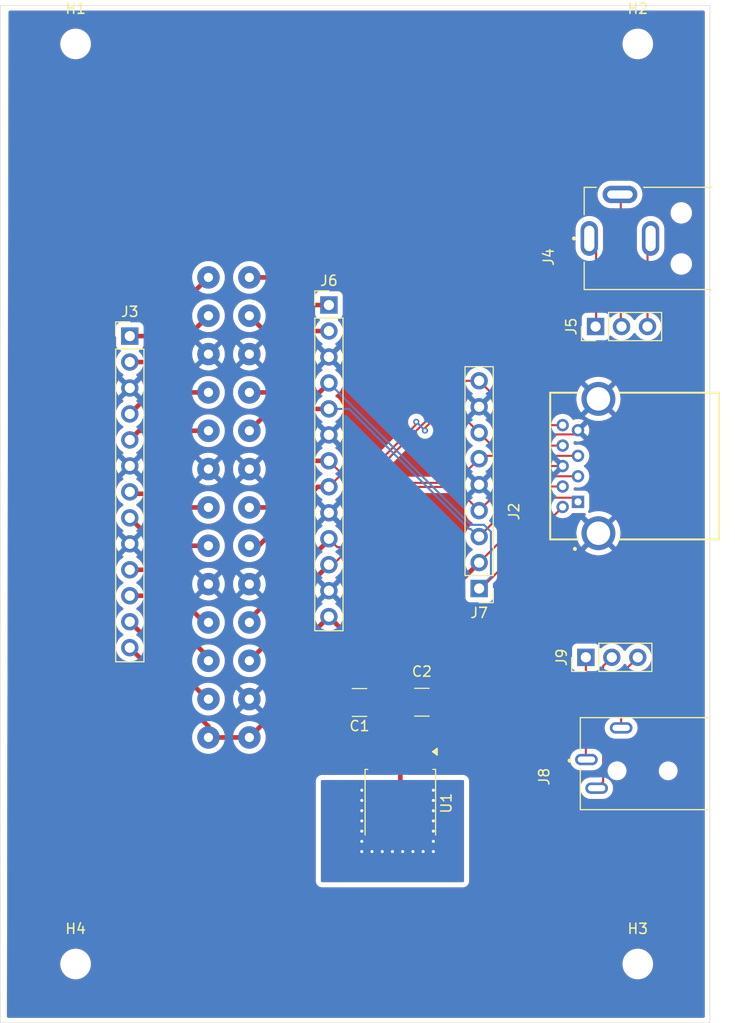
<source format=kicad_pcb>
(kicad_pcb (version 20241229) (generator "pcbnew") (generator_version "9.0")
  (layers (0 "F.Cu" signal) (2 "B.Cu" signal) (13 "F.Paste" user) (15 "B.Paste" user) (5 "F.SilkS" user "F.Silkscreen") (7 "B.SilkS" user "B.Silkscreen") (1 "F.Mask" user) (3 "B.Mask" user) (25 "Edge.Cuts" user))
  (net 0 "")
  (net 1 "+8V")
  (net 2 "GND")
  (net 3 "+5V")
  (net 4 "+3.3V")
  (net 5 "/54")
  (net 6 "/p9")
  (net 7 "/58")
  (net 8 "/56")
  (net 9 "/p1")
  (net 10 "/p7")
  (net 11 "/59")
  (net 12 "/55")
  (net 13 "/53")
  (net 14 "/p3")
  (net 15 "/p19")
  (net 16 "/p15")
  (net 17 "/p21")
  (net 18 "/p13")
  (net 19 "Net-(J5-Pin_1)")
  (net 20 "Net-(J5-Pin_3)")
  (net 21 "Net-(J5-Pin_2)")
  (net 22 "/p2")
  (net 23 "/p4")
  (net 24 "Net-(J9-Pin_3)")
  (net 25 "Net-(J9-Pin_2)")
  (net 26 "Net-(J9-Pin_1)")
  (footprint "Connector_PinHeader_2.54mm:PinHeader_1x13_P2.54mm_Vertical" (layer "F.Cu") (at 106.702 59.55)
    (property "Reference" "J6" (at 0 -2.38 0) (layer "F.SilkS"))
    (property "Value" "Conn_01x13" (hide yes))
    (fp_line (start -1.38 -1.38) (end 0 -1.38) (stroke (width 0.12)) (layer "F.SilkS"))
    (fp_line (start -1.38 0) (end -1.38 -1.38) (stroke (width 0.12)) (layer "F.SilkS"))
    (fp_line (start -1.38 1.27) (end -1.38 31.86) (stroke (width 0.12)) (layer "F.SilkS"))
    (fp_line (start -1.38 1.27) (end 1.38 1.27) (stroke (width 0.12)) (layer "F.SilkS"))
    (fp_line (start -1.38 31.86) (end 1.38 31.86) (stroke (width 0.12)) (layer "F.SilkS"))
    (fp_line (start 1.38 1.27) (end 1.38 31.86) (stroke (width 0.12)) (layer "F.SilkS"))
    (pad "1" thru_hole rect (at 0 0) (size 1.7 1.7) (drill 1) (layers "*.Cu" "*.Mask") (net 22 "/p2"))
    (pad "2" thru_hole circle (at 0 2.54) (size 1.7 1.7) (drill 1) (layers "*.Cu" "*.Mask") (net 23 "/p4"))
    (pad "3" thru_hole circle (at 0 5.08) (size 1.7 1.7) (drill 1) (layers "*.Cu" "*.Mask") (net 2 "GND"))
    (pad "4" thru_hole circle (at 0 7.62) (size 1.7 1.7) (drill 1) (layers "*.Cu" "*.Mask") (net 12 "/55"))
    (pad "5" thru_hole circle (at 0 10.16) (size 1.7 1.7) (drill 1) (layers "*.Cu" "*.Mask") (net 8 "/56"))
    (pad "6" thru_hole circle (at 0 12.7) (size 1.7 1.7) (drill 1) (layers "*.Cu" "*.Mask") (net 2 "GND"))
    (pad "7" thru_hole circle (at 0 15.24) (size 1.7 1.7) (drill 1) (layers "*.Cu" "*.Mask") (net 7 "/58"))
    (pad "8" thru_hole circle (at 0 17.78) (size 1.7 1.7) (drill 1) (layers "*.Cu" "*.Mask") (net 11 "/59"))
    (pad "9" thru_hole circle (at 0 20.32) (size 1.7 1.7) (drill 1) (layers "*.Cu" "*.Mask") (net 2 "GND"))
    (pad "10" thru_hole circle (at 0 22.86) (size 1.7 1.7) (drill 1) (layers "*.Cu" "*.Mask") (net 13 "/53"))
    (pad "11" thru_hole circle (at 0 25.4) (size 1.7 1.7) (drill 1) (layers "*.Cu" "*.Mask") (net 5 "/54"))
    (pad "12" thru_hole circle (at 0 27.94) (size 1.7 1.7) (drill 1) (layers "*.Cu" "*.Mask") (net 2 "GND"))
    (pad "13" thru_hole circle (at 0 30.48) (size 1.7 1.7) (drill 1) (layers "*.Cu" "*.Mask") (net 1 "+8V"))
  )
  (footprint "usb:GCT_USB1135-15-9-L-B_REVA1" (layer "F.Cu") (at 133.07 75.3 90)
    (property "Reference" "J2" (at -4.445 -8.255 90) (layer "F.SilkS"))
    (property "Value" "USB1135-15-9-L-B_REVA1")
    (fp_line (start 7.175 -4.72) (end 7.175 -2.05) (stroke (width 0.2)) (layer "F.SilkS"))
    (fp_line (start -7.175 -4.72) (end 7.175 -4.72) (stroke (width 0.2)) (layer "F.SilkS"))
    (fp_line (start -7.175 -4.72) (end -7.175 -2.05) (stroke (width 0.2)) (layer "F.SilkS"))
    (fp_line (start -7.175 2.05) (end -7.175 11.78) (stroke (width 0.2)) (layer "F.SilkS"))
    (fp_line (start 7.175 11.78) (end 7.175 2.05) (stroke (width 0.2)) (layer "F.SilkS"))
    (fp_line (start -7.175 11.78) (end 7.175 11.78) (stroke (width 0.2)) (layer "F.SilkS"))
    (fp_circle (center -8.1 -2.3) (end -8 -2.3) (stroke (width 0.2)) (fill no) (layer "F.SilkS"))
    (pad "1" thru_hole rect (at -3.5 -2 90) (size 1.208 1.208) (drill 0.7) (layers "*.Cu" "*.Mask") (net 3 "+5V"))
    (pad "2" thru_hole circle (at -1 -2 90) (size 1.208 1.208) (drill 0.7) (layers "*.Cu" "*.Mask") (net 5 "/54"))
    (pad "3" thru_hole circle (at 1 -2 90) (size 1.208 1.208) (drill 0.7) (layers "*.Cu" "*.Mask") (net 13 "/53"))
    (pad "4" thru_hole circle (at 3.5 -2 90) (size 1.208 1.208) (drill 0.7) (layers "*.Cu" "*.Mask") (net 2 "GND"))
    (pad "5" thru_hole circle (at 4 -3.5 90) (size 1.208 1.208) (drill 0.7) (layers "*.Cu" "*.Mask") (net 11 "/59"))
    (pad "6" thru_hole circle (at 2 -3.5 90) (size 1.208 1.208) (drill 0.7) (layers "*.Cu" "*.Mask") (net 7 "/58"))
    (pad "7" thru_hole circle (at 0 -3.5 90) (size 1.208 1.208) (drill 0.7) (layers "*.Cu" "*.Mask") (net 2 "GND"))
    (pad "8" thru_hole circle (at -2 -3.5 90) (size 1.208 1.208) (drill 0.7) (layers "*.Cu" "*.Mask") (net 8 "/56"))
    (pad "9" thru_hole circle (at -4 -3.5 90) (size 1.208 1.208) (drill 0.7) (layers "*.Cu" "*.Mask") (net 12 "/55"))
    (pad "S1" thru_hole circle (at -6.57 0 90) (size 3.316 3.316) (drill 2.3) (layers "*.Cu" "*.Mask") (net 2 "GND"))
    (pad "S2" thru_hole circle (at 6.57 0 90) (size 3.316 3.316) (drill 2.3) (layers "*.Cu" "*.Mask") (net 2 "GND"))
  )
  (footprint "MountingHole:MountingHole_2.5mm" (layer "F.Cu") (at 136.92 34.01)
    (property "Reference" "H2" (at 0 -3.45 0) (layer "F.SilkS"))
    (property "Value" "MountingHole")
    (pad "" np_thru_hole circle (at 0 0) (size 2.5 2.5) (drill 2.5) (layers "*.Cu" "*.Mask"))
  )
  (footprint "libs:CUI_PJ-019" (layer "F.Cu") (at 138.926 53.0352 90)
    (property "Reference" "J4" (at -1.823325 -10.735335 90) (layer "F.SilkS") (effects (font (size 1.000528 1.000528))))
    (property "Value" "PJ-019")
    (fp_line (start 5 -7.25) (end 5 -6.07) (stroke (width 0.127)) (layer "F.SilkS"))
    (fp_line (start 2.32 -7.25) (end 5 -7.25) (stroke (width 0.127)) (layer "F.SilkS"))
    (fp_line (start -5 -7.25) (end -2.32 -7.25) (stroke (width 0.127)) (layer "F.SilkS"))
    (fp_line (start 5 -1.43) (end 5 5.25) (stroke (width 0.127)) (layer "F.SilkS"))
    (fp_line (start -5 5.25) (end -5 -7.25) (stroke (width 0.127)) (layer "F.SilkS"))
    (fp_circle (center 0 -8.25) (end 0.1 -8.25) (stroke (width 0.2)) (fill no) (layer "F.SilkS"))
    (pad "" np_thru_hole circle (at -2.5 2.25 90) (size 1.6 1.6) (drill 1.6) (layers "*.Cu" "*.Mask"))
    (pad "" np_thru_hole circle (at 2.5 2.25 90) (size 1.6 1.6) (drill 1.6) (layers "*.Cu" "*.Mask"))
    (pad "1" thru_hole oval (at 0 -6.75 90) (size 3.4 1.7) (drill oval 2.5 1) (layers "*.Cu" "*.Mask") (net 19 "Net-(J5-Pin_1)"))
    (pad "2" thru_hole oval (at 0 -0.75 90) (size 3.4 1.7) (drill oval 2.5 1) (layers "*.Cu" "*.Mask") (net 20 "Net-(J5-Pin_3)"))
    (pad "3" thru_hole oval (at 4.3 -3.75 90) (size 1.7 3.4) (drill oval 0.8 2.5) (layers "*.Cu" "*.Mask") (net 21 "Net-(J5-Pin_2)"))
  )
  (footprint "Connector_PinHeader_2.54mm:PinHeader_1x09_P2.54mm_Vertical" (layer "F.Cu") (at 121.4 87.28 180)
    (property "Reference" "J7" (at 0 -2.38 0) (layer "F.SilkS"))
    (property "Value" "Conn_01x09")
    (fp_line (start 1.38 1.27) (end 1.38 21.7) (stroke (width 0.12)) (layer "F.SilkS"))
    (fp_line (start -1.38 21.7) (end 1.38 21.7) (stroke (width 0.12)) (layer "F.SilkS"))
    (fp_line (start -1.38 1.27) (end 1.38 1.27) (stroke (width 0.12)) (layer "F.SilkS"))
    (fp_line (start -1.38 1.27) (end -1.38 21.7) (stroke (width 0.12)) (layer "F.SilkS"))
    (fp_line (start -1.38 0) (end -1.38 -1.38) (stroke (width 0.12)) (layer "F.SilkS"))
    (fp_line (start -1.38 -1.38) (end 0 -1.38) (stroke (width 0.12)) (layer "F.SilkS"))
    (pad "1" thru_hole rect (at 0 0 180) (size 1.7 1.7) (drill 1) (layers "*.Cu" "*.Mask") (net 12 "/55"))
    (pad "2" thru_hole circle (at 0 2.54 180) (size 1.7 1.7) (drill 1) (layers "*.Cu" "*.Mask") (net 3 "+5V"))
    (pad "3" thru_hole circle (at 0 5.08 180) (size 1.7 1.7) (drill 1) (layers "*.Cu" "*.Mask") (net 8 "/56"))
    (pad "4" thru_hole circle (at 0 7.62 180) (size 1.7 1.7) (drill 1) (layers "*.Cu" "*.Mask") (net 5 "/54"))
    (pad "5" thru_hole circle (at 0 10.16 180) (size 1.7 1.7) (drill 1) (layers "*.Cu" "*.Mask") (net 2 "GND"))
    (pad "6" thru_hole circle (at 0 12.7 180) (size 1.7 1.7) (drill 1) (layers "*.Cu" "*.Mask") (net 13 "/53"))
    (pad "7" thru_hole circle (at 0 15.24 180) (size 1.7 1.7) (drill 1) (layers "*.Cu" "*.Mask") (net 7 "/58"))
    (pad "8" thru_hole circle (at 0 17.78 180) (size 1.7 1.7) (drill 1) (layers "*.Cu" "*.Mask") (net 2 "GND"))
    (pad "9" thru_hole circle (at 0 20.32 180) (size 1.7 1.7) (drill 1) (layers "*.Cu" "*.Mask") (net 11 "/59"))
  )
  (footprint "pogo1:dell 72xx pogo" (layer "F.Cu") (at 94.92 79.3475)
    (property "Reference" "J1" (hide yes))
    (property "Value" "Conn_02x13_Odd_Even" (hide yes))
    (pad "1" thru_hole circle (at 0 -22.5) (size 2.2 2.2) (drill 0.9) (layers "*.Cu" "*.Mask") (net 9 "/p1"))
    (pad "2" thru_hole circle (at 4 -22.5) (size 2.2 2.2) (drill 0.9) (layers "*.Cu" "*.Mask") (net 22 "/p2"))
    (pad "3" thru_hole circle (at 0 -18.75) (size 2.2 2.2) (drill 0.9) (layers "*.Cu" "*.Mask") (net 14 "/p3"))
    (pad "4" thru_hole circle (at 4 -18.75) (size 2.2 2.2) (drill 0.9) (layers "*.Cu" "*.Mask") (net 23 "/p4"))
    (pad "5" thru_hole circle (at 0 -15) (size 2.2 2.2) (drill 0.9) (layers "*.Cu" "*.Mask") (net 2 "GND"))
    (pad "6" thru_hole circle (at 4 -15) (size 2.2 2.2) (drill 0.9) (layers "*.Cu" "*.Mask") (net 2 "GND"))
    (pad "7" thru_hole circle (at 0 -11.25) (size 2.2 2.2) (drill 0.9) (layers "*.Cu" "*.Mask") (net 10 "/p7"))
    (pad "8" thru_hole circle (at 4 -11.25) (size 2.2 2.2) (drill 0.9) (layers "*.Cu" "*.Mask") (net 12 "/55"))
    (pad "9" thru_hole circle (at 0 -7.5) (size 2.2 2.2) (drill 0.9) (layers "*.Cu" "*.Mask") (net 6 "/p9"))
    (pad "10" thru_hole circle (at 4 -7.5) (size 2.2 2.2) (drill 0.9) (layers "*.Cu" "*.Mask") (net 8 "/56"))
    (pad "11" thru_hole circle (at 0 -3.75) (size 2.2 2.2) (drill 0.9) (layers "*.Cu" "*.Mask") (net 2 "GND"))
    (pad "12" thru_hole circle (at 4 -3.75) (size 2.2 2.2) (drill 0.9) (layers "*.Cu" "*.Mask") (net 2 "GND"))
    (pad "13" thru_hole circle (at 0 0) (size 2.2 2.2) (drill 0.9) (layers "*.Cu" "*.Mask") (net 18 "/p13"))
    (pad "14" thru_hole circle (at 4 0) (size 2.2 2.2) (drill 0.9) (layers "*.Cu" "*.Mask") (net 7 "/58"))
    (pad "15" thru_hole circle (at 0 3.75) (size 2.2 2.2) (drill 0.9) (layers "*.Cu" "*.Mask") (net 16 "/p15"))
    (pad "16" thru_hole circle (at 4 3.75) (size 2.2 2.2) (drill 0.9) (layers "*.Cu" "*.Mask") (net 11 "/59"))
    (pad "17" thru_hole circle (at 0 7.5) (size 2.2 2.2) (drill 0.9) (layers "*.Cu" "*.Mask") (net 2 "GND"))
    (pad "18" thru_hole circle (at 4 7.5) (size 2.2 2.2) (drill 0.9) (layers "*.Cu" "*.Mask") (net 2 "GND"))
    (pad "19" thru_hole circle (at 0 11.25) (size 2.2 2.2) (drill 0.9) (layers "*.Cu" "*.Mask") (net 15 "/p19"))
    (pad "20" thru_hole circle (at 4 11.25) (size 2.2 2.2) (drill 0.9) (layers "*.Cu" "*.Mask") (net 13 "/53"))
    (pad "21" thru_hole circle (at 0 15) (size 2.2 2.2) (drill 0.9) (layers "*.Cu" "*.Mask") (net 17 "/p21"))
    (pad "22" thru_hole circle (at 4 15) (size 2.2 2.2) (drill 0.9) (layers "*.Cu" "*.Mask") (net 5 "/54"))
    (pad "23" thru_hole circle (at 0 18.75) (size 2.2 2.2) (drill 0.9) (layers "*.Cu" "*.Mask") (net 4 "+3.3V"))
    (pad "24" thru_hole circle (at 4 18.75) (size 2.2 2.2) (drill 0.9) (layers "*.Cu" "*.Mask") (net 2 "GND"))
    (pad "25" thru_hole circle (at 0 22.5) (size 2.2 2.2) (drill 0.9) (layers "*.Cu" "*.Mask") (net 1 "+8V"))
    (pad "26" thru_hole circle (at 4 22.5) (size 2.2 2.2) (drill 0.9) (layers "*.Cu" "*.Mask") (net 1 "+8V"))
  )
  (footprint "Capacitor_SMD:C_1210_3225Metric_Pad1.33x2.70mm_HandSolder" (layer "F.Cu") (at 115.7986 98.3996)
    (property "Reference" "C2" (at 0 -3 0) (layer "F.SilkS"))
    (property "Value" "47u")
    (fp_line (start -0.711252 -1.36) (end 0.711252 -1.36) (stroke (width 0.12)) (layer "F.SilkS"))
    (fp_line (start -0.711252 1.36) (end 0.711252 1.36) (stroke (width 0.12)) (layer "F.SilkS"))
    (pad "1" smd roundrect (at -1.5625 0) (size 1.325 2.7) (layers "F.Cu" "F.Mask" "F.Paste") (roundrect_rratio 0.188679) (net 3 "+5V"))
    (pad "2" smd roundrect (at 1.5625 0) (size 1.325 2.7) (layers "F.Cu" "F.Mask" "F.Paste") (roundrect_rratio 0.188679) (net 2 "GND"))
  )
  (footprint "MountingHole:MountingHole_2.5mm" (layer "F.Cu") (at 136.92 124.01)
    (property "Reference" "H3" (at 0 -3.45 0) (layer "F.SilkS"))
    (property "Value" "MountingHole")
    (pad "" np_thru_hole circle (at 0 0) (size 2.5 2.5) (drill 2.5) (layers "*.Cu" "*.Mask"))
  )
  (footprint "MountingHole:MountingHole_2.5mm" (layer "F.Cu") (at 81.92 124.01)
    (property "Reference" "H4" (at 0 -3.45 0) (layer "F.SilkS"))
    (property "Value" "MountingHole")
    (pad "" np_thru_hole circle (at 0 0) (size 2.5 2.5) (drill 2.5) (layers "*.Cu" "*.Mask"))
  )
  (footprint "Package_TO_SOT_SMD:TO-252-2" (layer "F.Cu") (at 113.6904 108.2802 -90)
    (property "Reference" "U1" (at 0 -4.5 90) (layer "F.SilkS"))
    (property "Value" "AZ1117-5.0")
    (fp_line (start -3.31 3.45) (end -3.31 3.18) (stroke (width 0.12)) (layer "F.SilkS"))
    (fp_line (start 3.11 3.45) (end -3.31 3.45) (stroke (width 0.12)) (layer "F.SilkS"))
    (fp_line (start -3.31 -3.45) (end -3.31 -3.18) (stroke (width 0.12)) (layer "F.SilkS"))
    (fp_line (start 3.11 -3.45) (end -3.31 -3.45) (stroke (width 0.12)) (layer "F.SilkS"))
    (fp_poly (pts (xy -5.04 -3.14) (xy -5.38 -3.61) (xy -4.7 -3.61)) (stroke (width 0.12)) (fill yes) (layer "F.SilkS"))
    (pad "1" smd roundrect (at -5.04 -2.28 270) (size 2.2 1.2) (layers "F.Cu" "F.Mask" "F.Paste") (roundrect_rratio 0.208333) (net 2 "GND"))
    (pad "2" smd roundrect (at 1.26 0 270) (size 6.4 5.8) (layers "F.Cu" "F.Mask") (roundrect_rratio 0.043103) (net 3 "+5V"))
    (pad "3" smd roundrect (at -5.04 2.28 270) (size 2.2 1.2) (layers "F.Cu" "F.Mask" "F.Paste") (roundrect_rratio 0.208333) (net 1 "+8V"))
  )
  (footprint "Connector_PinHeader_2.54mm:PinHeader_1x03_P2.54mm_Vertical" (layer "F.Cu") (at 131.84 94.01 90)
    (property "Reference" "J9" (at 0 -2.38 90) (layer "F.SilkS"))
    (property "Value" "Conn_01x03")
    (fp_line (start -1.38 -1.38) (end 0 -1.38) (stroke (width 0.12)) (layer "F.SilkS"))
    (fp_line (start -1.38 0) (end -1.38 -1.38) (stroke (width 0.12)) (layer "F.SilkS"))
    (fp_line (start 1.38 1.27) (end 1.38 6.46) (stroke (width 0.12)) (layer "F.SilkS"))
    (fp_line (start -1.38 1.27) (end 1.38 1.27) (stroke (width 0.12)) (layer "F.SilkS"))
    (fp_line (start -1.38 1.27) (end -1.38 6.46) (stroke (width 0.12)) (layer "F.SilkS"))
    (fp_line (start -1.38 6.46) (end 1.38 6.46) (stroke (width 0.12)) (layer "F.SilkS"))
    (pad "1" thru_hole rect (at 0 0 90) (size 1.7 1.7) (drill 1) (layers "*.Cu" "*.Mask") (net 26 "Net-(J9-Pin_1)"))
    (pad "2" thru_hole circle (at 0 2.54 90) (size 1.7 1.7) (drill 1) (layers "*.Cu" "*.Mask") (net 25 "Net-(J9-Pin_2)"))
    (pad "3" thru_hole circle (at 0 5.08 90) (size 1.7 1.7) (drill 1) (layers "*.Cu" "*.Mask") (net 24 "Net-(J9-Pin_3)"))
  )
  (footprint "Connector_PinHeader_2.54mm:PinHeader_1x03_P2.54mm_Vertical" (layer "F.Cu") (at 132.7912 61.6526 90)
    (property "Reference" "J5" (at 0 -2.38 90) (layer "F.SilkS"))
    (property "Value" "Conn_01x03")
    (fp_line (start -1.38 -1.38) (end 0 -1.38) (stroke (width 0.12)) (layer "F.SilkS"))
    (fp_line (start -1.38 0) (end -1.38 -1.38) (stroke (width 0.12)) (layer "F.SilkS"))
    (fp_line (start 1.38 1.27) (end 1.38 6.46) (stroke (width 0.12)) (layer "F.SilkS"))
    (fp_line (start -1.38 1.27) (end 1.38 1.27) (stroke (width 0.12)) (layer "F.SilkS"))
    (fp_line (start -1.38 1.27) (end -1.38 6.46) (stroke (width 0.12)) (layer "F.SilkS"))
    (fp_line (start -1.38 6.46) (end 1.38 6.46) (stroke (width 0.12)) (layer "F.SilkS"))
    (pad "1" thru_hole rect (at 0 0 90) (size 1.7 1.7) (drill 1) (layers "*.Cu" "*.Mask") (net 19 "Net-(J5-Pin_1)"))
    (pad "2" thru_hole circle (at 0 2.54 90) (size 1.7 1.7) (drill 1) (layers "*.Cu" "*.Mask") (net 21 "Net-(J5-Pin_2)"))
    (pad "3" thru_hole circle (at 0 5.08 90) (size 1.7 1.7) (drill 1) (layers "*.Cu" "*.Mask") (net 20 "Net-(J5-Pin_3)"))
  )
  (footprint "Connector_PinHeader_2.54mm:PinHeader_1x13_P2.54mm_Vertical" (layer "F.Cu") (at 87.2236 62.5856)
    (property "Reference" "J3" (at 0 -2.38 0) (layer "F.SilkS"))
    (property "Value" "Conn_01x13")
    (fp_line (start -1.38 -1.38) (end 0 -1.38) (stroke (width 0.12)) (layer "F.SilkS"))
    (fp_line (start -1.38 0) (end -1.38 -1.38) (stroke (width 0.12)) (layer "F.SilkS"))
    (fp_line (start -1.38 1.27) (end -1.38 31.86) (stroke (width 0.12)) (layer "F.SilkS"))
    (fp_line (start -1.38 1.27) (end 1.38 1.27) (stroke (width 0.12)) (layer "F.SilkS"))
    (fp_line (start -1.38 31.86) (end 1.38 31.86) (stroke (width 0.12)) (layer "F.SilkS"))
    (fp_line (start 1.38 1.27) (end 1.38 31.86) (stroke (width 0.12)) (layer "F.SilkS"))
    (pad "1" thru_hole rect (at 0 0) (size 1.7 1.7) (drill 1) (layers "*.Cu" "*.Mask") (net 9 "/p1"))
    (pad "2" thru_hole circle (at 0 2.54) (size 1.7 1.7) (drill 1) (layers "*.Cu" "*.Mask") (net 14 "/p3"))
    (pad "3" thru_hole circle (at 0 5.08) (size 1.7 1.7) (drill 1) (layers "*.Cu" "*.Mask") (net 2 "GND"))
    (pad "4" thru_hole circle (at 0 7.62) (size 1.7 1.7) (drill 1) (layers "*.Cu" "*.Mask") (net 10 "/p7"))
    (pad "5" thru_hole circle (at 0 10.16) (size 1.7 1.7) (drill 1) (layers "*.Cu" "*.Mask") (net 6 "/p9"))
    (pad "6" thru_hole circle (at 0 12.7) (size 1.7 1.7) (drill 1) (layers "*.Cu" "*.Mask") (net 2 "GND"))
    (pad "7" thru_hole circle (at 0 15.24) (size 1.7 1.7) (drill 1) (layers "*.Cu" "*.Mask") (net 18 "/p13"))
    (pad "8" thru_hole circle (at 0 17.78) (size 1.7 1.7) (drill 1) (layers "*.Cu" "*.Mask") (net 16 "/p15"))
    (pad "9" thru_hole circle (at 0 20.32) (size 1.7 1.7) (drill 1) (layers "*.Cu" "*.Mask") (net 2 "GND"))
    (pad "10" thru_hole circle (at 0 22.86) (size 1.7 1.7) (drill 1) (layers "*.Cu" "*.Mask") (net 15 "/p19"))
    (pad "11" thru_hole circle (at 0 25.4) (size 1.7 1.7) (drill 1) (layers "*.Cu" "*.Mask") (net 17 "/p21"))
    (pad "12" thru_hole circle (at 0 27.94) (size 1.7 1.7) (drill 1) (layers "*.Cu" "*.Mask") (net 4 "+3.3V"))
    (pad "13" thru_hole circle (at 0 30.48) (size 1.7 1.7) (drill 1) (layers "*.Cu" "*.Mask") (net 1 "+8V"))
  )
  (footprint "PJ_104H:SAMESKY_PJ-104H" (layer "F.Cu") (at 139.895 105.11 90)
    (property "Reference" "J8" (at -0.575 -12.135 90) (layer "F.SilkS"))
    (property "Value" "PJ-104H")
    (fp_line (start 5.2 -8.6) (end 5.2 4) (stroke (width 0.127)) (layer "F.SilkS"))
    (fp_line (start 1.975 -8.6) (end 5.2 -8.6) (stroke (width 0.127)) (layer "F.SilkS"))
    (fp_line (start -3.8 -8.6) (end 0.225 -8.6) (stroke (width 0.127)) (layer "F.SilkS"))
    (fp_line (start -3.8 4) (end -3.8 -8.6) (stroke (width 0.127)) (layer "F.SilkS"))
    (fp_circle (center 1 -9.65) (end 1.1 -9.65) (stroke (width 0.2)) (fill no) (layer "F.SilkS"))
    (pad "" np_thru_hole circle (at 0 -5 90) (size 1.35 1.35) (drill 1.35) (layers "*.Cu" "*.Mask"))
    (pad "" np_thru_hole circle (at 0 0 90) (size 1.35 1.35) (drill 1.35) (layers "*.Cu" "*.Mask"))
    (pad "1" thru_hole oval (at 1.1 -8 90) (size 1.108 2.216) (drill oval 0.6 1.7) (layers "*.Cu" "*.Mask") (net 26 "Net-(J9-Pin_1)"))
    (pad "2" thru_hole oval (at 4.2 -4.6 90) (size 1.108 2.216) (drill oval 0.6 1.7) (layers "*.Cu" "*.Mask") (net 24 "Net-(J9-Pin_3)"))
    (pad "3" thru_hole oval (at -1.7 -7 90) (size 1.108 2.216) (drill oval 0.6 1.7) (layers "*.Cu" "*.Mask") (net 25 "Net-(J9-Pin_2)"))
  )
  (footprint "MountingHole:MountingHole_2.5mm" (layer "F.Cu") (at 81.92 34.01)
    (property "Reference" "H1" (at 0 -3.45 0) (layer "F.SilkS"))
    (property "Value" "MountingHole")
    (pad "" np_thru_hole circle (at 0 0) (size 2.5 2.5) (drill 2.5) (layers "*.Cu" "*.Mask"))
  )
  (footprint "Capacitor_SMD:C_1210_3225Metric_Pad1.33x2.70mm_HandSolder" (layer "F.Cu") (at 109.6895 98.425 180)
    (property "Reference" "C1" (at 0 -2.3 0) (layer "F.SilkS"))
    (property "Value" "47u")
    (fp_line (start -0.711252 1.36) (end 0.711252 1.36) (stroke (width 0.12)) (layer "F.SilkS"))
    (fp_line (start -0.711252 -1.36) (end 0.711252 -1.36) (stroke (width 0.12)) (layer "F.SilkS"))
    (pad "1" smd roundrect (at -1.5625 0 180) (size 1.325 2.7) (layers "F.Cu" "F.Mask" "F.Paste") (roundrect_rratio 0.188679) (net 1 "+8V"))
    (pad "2" smd roundrect (at 1.5625 0 180) (size 1.325 2.7) (layers "F.Cu" "F.Mask" "F.Paste") (roundrect_rratio 0.188679) (net 2 "GND"))
  )
  (gr_rect (start 74.549 30.2514) (end 143.9672 129.7686) (stroke (width 0.05)) (fill no) (layer "Edge.Cuts"))
  (gr_text "DellPogo v1.0\ngithub.com/CarlFK/geebee" (at 86.92 49.01 0) (layer "F.Cu") (effects (font (size 1.5 1.5) (thickness 0.3) (bold yes)) (justify left bottom)))
  (segment (start 111.4104 98.8364) (end 111.4104 103.2402) (width 0.45) (layer "F.Cu") (net 1))
  (segment (start 111.252 94.58) (end 111.252 98.425) (width 0.45) (layer "F.Cu") (net 1))
  (segment (start 103.92 92.812) (end 106.702 90.03) (width 0.45) (layer "F.Cu") (net 1))
  (segment (start 87.2236 93.0656) (end 94.92 100.762) (width 0.45) (layer "F.Cu") (net 1))
  (segment (start 103.92 96.8475) (end 103.92 92.812) (width 0.45) (layer "F.Cu") (net 1))
  (segment (start 94.92 100.762) (end 94.92 101.8475) (width 0.45) (layer "F.Cu") (net 1))
  (segment (start 106.702 90.03) (end 111.252 94.58) (width 0.45) (layer "F.Cu") (net 1))
  (segment (start 94.92 101.8475) (end 98.92 101.8475) (width 0.45) (layer "F.Cu") (net 1))
  (segment (start 111.252 98.678) (end 111.4104 98.8364) (width 0.45) (layer "F.Cu") (net 1))
  (segment (start 111.252 98.425) (end 111.252 98.678) (width 0.45) (layer "F.Cu") (net 1))
  (segment (start 98.92 101.8475) (end 103.92 96.8475) (width 0.45) (layer "F.Cu") (net 1))
  (segment (start 130.665 72.205) (end 124.105 72.205) (width 0.2) (layer "F.Cu") (net 2))
  (segment (start 124.105 72.205) (end 121.4 69.5) (width 0.2) (layer "F.Cu") (net 2))
  (segment (start 131.07 71.8) (end 130.665 72.205) (width 0.2) (layer "F.Cu") (net 2))
  (segment (start 129.57 75.3) (end 123.22 75.3) (width 0.2) (layer "F.Cu") (net 2))
  (segment (start 123.22 75.3) (end 121.4 77.12) (width 0.2) (layer "F.Cu") (net 2))
  (segment (start 113.6904 98.9453) (end 114.2361 98.3996) (width 0.45) (layer "F.Cu") (net 3))
  (segment (start 114.2361 98.3996) (end 114.2361 91.9039) (width 0.45) (layer "F.Cu") (net 3))
  (segment (start 113.6904 109.5402) (end 113.6904 98.9453) (width 0.45) (layer "F.Cu") (net 3))
  (segment (start 127.745 78.395) (end 121.4 84.74) (width 0.2) (layer "F.Cu") (net 3))
  (segment (start 130.665 78.395) (end 127.745 78.395) (width 0.2) (layer "F.Cu") (net 3))
  (segment (start 131.07 78.8) (end 130.665 78.395) (width 0.2) (layer "F.Cu") (net 3))
  (segment (start 114.2361 91.9039) (end 121.4 84.74) (width 0.45) (layer "F.Cu") (net 3))
  (via (at 116.92 109.01) (size 0.6) (drill 0.3) (layers "F.Cu" "B.Cu") (net 3))
  (via (at 109.92 112.01) (size 0.6) (drill 0.3) (layers "F.Cu" "B.Cu") (net 3))
  (via (at 114.92 113.01) (size 0.6) (drill 0.3) (layers "F.Cu" "B.Cu") (net 3))
  (via (at 116.92 112.01) (size 0.6) (drill 0.3) (layers "F.Cu" "B.Cu") (net 3))
  (via (at 111.92 113.01) (size 0.6) (drill 0.3) (layers "F.Cu" "B.Cu") (net 3))
  (via (at 116.92 111.01) (size 0.6) (drill 0.3) (layers "F.Cu" "B.Cu") (net 3))
  (via (at 109.92 110.01) (size 0.6) (drill 0.3) (layers "F.Cu" "B.Cu") (net 3))
  (via (at 110.92 113.01) (size 0.6) (drill 0.3) (layers "F.Cu" "B.Cu") (net 3))
  (via (at 109.92 108.01) (size 0.6) (drill 0.3) (layers "F.Cu" "B.Cu") (net 3))
  (via (at 116.92 110.01) (size 0.6) (drill 0.3) (layers "F.Cu" "B.Cu") (net 3))
  (via (at 116.92 107.01) (size 0.6) (drill 0.3) (layers "F.Cu" "B.Cu") (net 3))
  (via (at 115.92 113.01) (size 0.6) (drill 0.3) (layers "F.Cu" "B.Cu") (net 3))
  (via (at 116.92 113.01) (size 0.6) (drill 0.3) (layers "F.Cu" "B.Cu") (net 3))
  (via (at 109.92 111.01) (size 0.6) (drill 0.3) (layers "F.Cu" "B.Cu") (net 3))
  (via (at 113.92 113.01) (size 0.6) (drill 0.3) (layers "F.Cu" "B.Cu") (net 3))
  (via (at 109.92 113.01) (size 0.6) (drill 0.3) (layers "F.Cu" "B.Cu") (net 3))
  (via (at 116.92 108.01) (size 0.6) (drill 0.3) (layers "F.Cu" "B.Cu") (net 3))
  (via (at 109.92 109.01) (size 0.6) (drill 0.3) (layers "F.Cu" "B.Cu") (net 3))
  (via (at 112.92 113.01) (size 0.6) (drill 0.3) (layers "F.Cu" "B.Cu") (net 3))
  (via (at 109.92 107.01) (size 0.6) (drill 0.3) (layers "F.Cu" "B.Cu") (net 3))
  (segment (start 87.2236 90.5256) (end 94.7955 98.0975) (width 0.45) (layer "F.Cu") (net 4))
  (segment (start 94.7955 98.0975) (end 94.92 98.0975) (width 0.45) (layer "F.Cu") (net 4))
  (segment (start 114.7064 77.343) (end 119.083 77.343) (width 0.2) (layer "F.Cu") (net 5))
  (segment (start 107.0994 84.95) (end 114.7064 77.343) (width 0.2) (layer "F.Cu") (net 5))
  (segment (start 131.07 76.3) (end 124.76 76.3) (width 0.2) (layer "F.Cu") (net 5))
  (segment (start 102.92 90.3475) (end 102.92 88.732) (width 0.45) (layer "F.Cu") (net 5))
  (segment (start 124.76 76.3) (end 121.4 79.66) (width 0.2) (layer "F.Cu") (net 5))
  (segment (start 106.702 84.95) (end 107.0994 84.95) (width 0.2) (layer "F.Cu") (net 5))
  (segment (start 98.92 94.3475) (end 102.92 90.3475) (width 0.45) (layer "F.Cu") (net 5))
  (segment (start 119.083 77.343) (end 121.4 79.66) (width 0.2) (layer "F.Cu") (net 5))
  (segment (start 102.92 88.732) (end 106.702 84.95) (width 0.45) (layer "F.Cu") (net 5))
  (segment (start 88.1217 71.8475) (end 94.92 71.8475) (width 0.45) (layer "F.Cu") (net 6))
  (segment (start 87.2236 72.7456) (end 88.1217 71.8475) (width 0.45) (layer "F.Cu") (net 6))
  (segment (start 116.1034 71.5772) (end 118.3894 69.2912) (width 0.2) (layer "F.Cu") (net 7))
  (segment (start 118.6512 69.2912) (end 121.4 72.04) (width 0.2) (layer "F.Cu") (net 7))
  (segment (start 110.617 75.8444) (end 107.7564 75.8444) (width 0.2) (layer "F.Cu") (net 7))
  (segment (start 107.7564 75.8444) (end 106.702 74.79) (width 0.2) (layer "F.Cu") (net 7))
  (segment (start 98.92 79.3475) (end 100.5825 79.3475) (width 0.45) (layer "F.Cu") (net 7))
  (segment (start 122.66 73.3) (end 121.4 72.04) (width 0.2) (layer "F.Cu") (net 7))
  (segment (start 129.57 73.3) (end 122.66 73.3) (width 0.2) (layer "F.Cu") (net 7))
  (segment (start 116.1034 71.8312) (end 116.1034 71.5772) (width 0.2) (layer "F.Cu") (net 7))
  (segment (start 115.194165 71.267235) (end 110.617 75.8444) (width 0.2) (layer "F.Cu") (net 7))
  (segment (start 115.194165 70.921965) (end 115.194165 71.267235) (width 0.2) (layer "F.Cu") (net 7))
  (segment (start 100.5825 79.3475) (end 105.14 74.79) (width 0.45) (layer "F.Cu") (net 7))
  (segment (start 115.247335 70.975135) (end 115.194165 70.921965) (width 0.2) (layer "F.Cu") (net 7))
  (segment (start 118.3894 69.2912) (end 118.6512 69.2912) (width 0.2) (layer "F.Cu") (net 7))
  (segment (start 105.14 74.79) (end 106.702 74.79) (width 0.45) (layer "F.Cu") (net 7))
  (via (at 115.247335 70.975135) (size 0.6) (drill 0.3) (layers "F.Cu" "B.Cu") (net 7))
  (via (at 116.1034 71.8312) (size 0.6) (drill 0.3) (layers "F.Cu" "B.Cu") (net 7))
  (segment (start 115.247335 70.975135) (end 116.1034 71.8312) (width 0.2) (layer "B.Cu") (net 7))
  (segment (start 101.0575 69.71) (end 106.702 69.71) (width 0.45) (layer "F.Cu") (net 8))
  (segment (start 98.92 71.8475) (end 101.0575 69.71) (width 0.45) (layer "F.Cu") (net 8))
  (segment (start 126.3 77.3) (end 121.4 82.2) (width 0.2) (layer "F.Cu") (net 8))
  (segment (start 129.57 77.3) (end 126.3 77.3) (width 0.2) (layer "F.Cu") (net 8))
  (segment (start 121.316 82.2) (end 121.4 82.2) (width 0.2) (layer "B.Cu") (net 8))
  (segment (start 106.702 69.71) (end 108.6749 69.71) (width 0.2) (layer "B.Cu") (net 8))
  (segment (start 120.4149 81.45) (end 120.566 81.45) (width 0.2) (layer "B.Cu") (net 8))
  (segment (start 120.566 81.45) (end 121.316 82.2) (width 0.2) (layer "B.Cu") (net 8))
  (segment (start 108.6749 69.71) (end 120.4149 81.45) (width 0.2) (layer "B.Cu") (net 8))
  (segment (start 87.2236 62.5856) (end 89.1819 62.5856) (width 0.45) (layer "F.Cu") (net 9))
  (segment (start 89.1819 62.5856) (end 94.92 56.8475) (width 0.45) (layer "F.Cu") (net 9))
  (segment (start 89.3317 68.0975) (end 94.92 68.0975) (width 0.45) (layer "F.Cu") (net 10))
  (segment (start 87.2236 70.2056) (end 89.3317 68.0975) (width 0.45) (layer "F.Cu") (net 10))
  (segment (start 98.92 83.0975) (end 99.8325 83.0975) (width 0.45) (layer "F.Cu") (net 11))
  (segment (start 129.57 71.3) (end 125.74 71.3) (width 0.2) (layer "F.Cu") (net 11))
  (segment (start 115.854457 71.2302) (end 115.8662 71.2302) (width 0.2) (layer "F.Cu") (net 11))
  (segment (start 107.7812 76.2508) (end 110.8456 76.2508) (width 0.2) (layer "F.Cu") (net 11))
  (segment (start 120.1364 66.96) (end 121.4 66.96) (width 0.2) (layer "F.Cu") (net 11))
  (segment (start 105.6 77.33) (end 106.702 77.33) (width 0.45) (layer "F.Cu") (net 11))
  (segment (start 125.74 71.3) (end 121.4 66.96) (width 0.2) (layer "F.Cu") (net 11))
  (segment (start 110.8456 76.2508) (end 115.5024 71.594) (width 0.2) (layer "F.Cu") (net 11))
  (segment (start 115.5024 71.594) (end 115.5024 71.582257) (width 0.2) (layer "F.Cu") (net 11))
  (segment (start 115.5024 71.582257) (end 115.854457 71.2302) (width 0.2) (layer "F.Cu") (net 11))
  (segment (start 115.8662 71.2302) (end 120.1364 66.96) (width 0.2) (layer "F.Cu") (net 11))
  (segment (start 106.702 77.33) (end 107.7812 76.2508) (width 0.2) (layer "F.Cu") (net 11))
  (segment (start 99.8325 83.0975) (end 105.6 77.33) (width 0.45) (layer "F.Cu") (net 11))
  (segment (start 105.7745 68.0975) (end 106.702 67.17) (width 0.45) (layer "F.Cu") (net 12))
  (segment (start 129.57 79.3) (end 121.59 87.28) (width 0.2) (layer "F.Cu") (net 12))
  (segment (start 98.92 68.0975) (end 105.7745 68.0975) (width 0.45) (layer "F.Cu") (net 12))
  (segment (start 121.59 87.28) (end 121.4 87.28) (width 0.2) (layer "F.Cu") (net 12))
  (segment (start 121.4 87.28) (end 122.551 86.129) (width 0.2) (layer "B.Cu") (net 12))
  (segment (start 120.581 81.049) (end 106.702 67.17) (width 0.2) (layer "B.Cu") (net 12))
  (segment (start 122.551 81.72324) (end 121.87676 81.049) (width 0.2) (layer "B.Cu") (net 12))
  (segment (start 122.551 86.129) (end 122.551 81.72324) (width 0.2) (layer "B.Cu") (net 12))
  (segment (start 121.87676 81.049) (end 120.581 81.049) (width 0.2) (layer "B.Cu") (net 12))
  (segment (start 98.92 90.5975) (end 98.92 90.30375) (width 0.45) (layer "F.Cu") (net 13))
  (segment (start 106.702 82.52175) (end 106.702 82.41) (width 0.45) (layer "F.Cu") (net 13))
  (segment (start 98.92 90.30375) (end 106.702 82.52175) (width 0.45) (layer "F.Cu") (net 13))
  (segment (start 107.5278 83.2358) (end 108.2465 83.2358) (width 0.2) (layer "F.Cu") (net 13))
  (segment (start 119.038 76.942) (end 121.4 74.58) (width 0.2) (layer "F.Cu") (net 13))
  (segment (start 114.5403 76.942) (end 119.038 76.942) (width 0.2) (layer "F.Cu") (net 13))
  (segment (start 121.68 74.3) (end 121.4 74.58) (width 0.2) (layer "F.Cu") (net 13))
  (segment (start 106.702 82.41) (end 107.5278 83.2358) (width 0.2) (layer "F.Cu") (net 13))
  (segment (start 131.07 74.3) (end 121.68 74.3) (width 0.2) (layer "F.Cu") (net 13))
  (segment (start 108.2465 83.2358) (end 114.5403 76.942) (width 0.2) (layer "F.Cu") (net 13))
  (segment (start 87.2236 65.1256) (end 90.3919 65.1256) (width 0.45) (layer "F.Cu") (net 14))
  (segment (start 90.3919 65.1256) (end 94.92 60.5975) (width 0.45) (layer "F.Cu") (net 14))
  (segment (start 89.3556 85.4456) (end 94.5075 90.5975) (width 0.45) (layer "F.Cu") (net 15))
  (segment (start 94.5075 90.5975) (end 94.92 90.5975) (width 0.45) (layer "F.Cu") (net 15))
  (segment (start 87.2236 85.4456) (end 89.3556 85.4456) (width 0.45) (layer "F.Cu") (net 15))
  (segment (start 87.2236 80.3656) (end 89.9555 83.0975) (width 0.45) (layer "F.Cu") (net 16))
  (segment (start 89.9555 83.0975) (end 94.92 83.0975) (width 0.45) (layer "F.Cu") (net 16))
  (segment (start 88.8956 87.9856) (end 94.92 94.01) (width 0.45) (layer "F.Cu") (net 17))
  (segment (start 94.92 94.01) (end 94.92 94.3475) (width 0.45) (layer "F.Cu") (net 17))
  (segment (start 87.2236 87.9856) (end 88.8956 87.9856) (width 0.45) (layer "F.Cu") (net 17))
  (segment (start 87.2236 77.8256) (end 87.408 78.01) (width 0.45) (layer "F.Cu") (net 18))
  (segment (start 90.92 78.01) (end 92.2575 79.3475) (width 0.45) (layer "F.Cu") (net 18))
  (segment (start 92.2575 79.3475) (end 94.92 79.3475) (width 0.45) (layer "F.Cu") (net 18))
  (segment (start 87.408 78.01) (end 90.92 78.01) (width 0.45) (layer "F.Cu") (net 18))
  (segment (start 132.7912 61.6526) (end 132.842 61.6018) (width 0.2) (layer "F.Cu") (net 19))
  (segment (start 132.842 61.6018) (end 132.842 53.7012) (width 0.2) (layer "F.Cu") (net 19))
  (segment (start 132.842 53.7012) (end 132.176 53.0352) (width 0.2) (layer "F.Cu") (net 19))
  (segment (start 137.8712 61.6526) (end 137.8712 53.34) (width 0.2) (layer "F.Cu") (net 20))
  (segment (start 137.8712 53.34) (end 138.176 53.0352) (width 0.2) (layer "F.Cu") (net 20))
  (segment (start 135.255 48.8142) (end 135.176 48.7352) (width 0.2) (layer "F.Cu") (net 21))
  (segment (start 135.3312 61.6526) (end 135.255 61.5764) (width 0.2) (layer "F.Cu") (net 21))
  (segment (start 135.255 61.5764) (end 135.255 48.8142) (width 0.2) (layer "F.Cu") (net 21))
  (segment (start 103.46 59.55) (end 106.702 59.55) (width 0.45) (layer "F.Cu") (net 22))
  (segment (start 100.7575 56.8475) (end 103.46 59.55) (width 0.45) (layer "F.Cu") (net 22))
  (segment (start 98.92 56.8475) (end 100.7575 56.8475) (width 0.45) (layer "F.Cu") (net 22))
  (segment (start 100.4125 62.09) (end 106.702 62.09) (width 0.45) (layer "F.Cu") (net 23))
  (segment (start 98.92 60.5975) (end 100.4125 62.09) (width 0.45) (layer "F.Cu") (net 23))
  (segment (start 135.295 95.635) (end 135.295 100.91) (width 0.2) (layer "F.Cu") (net 24))
  (segment (start 136.92 94.01) (end 135.295 95.635) (width 0.2) (layer "F.Cu") (net 24))
  (segment (start 133.53 94.86) (end 133.53 106.175) (width 0.2) (layer "F.Cu") (net 25))
  (segment (start 134.38 94.01) (end 133.53 94.86) (width 0.2) (layer "F.Cu") (net 25))
  (segment (start 133.53 106.175) (end 132.895 106.81) (width 0.2) (layer "F.Cu") (net 25))
  (segment (start 131.84 94.01) (end 131.84 103.955) (width 0.2) (layer "F.Cu") (net 26))
  (segment (start 131.84 103.955) (end 131.895 104.01) (width 0.2) (layer "F.Cu") (net 26))
  (zone (net 2) (net_name "GND") (layers "F.Cu" "B.Cu") (connect_pads (clearance 0.5)) (min_thickness 0.25) (fill yes (thermal_gap 0.5) (thermal_bridge_width 0.5))
    (polygon (pts (xy 75.3618 30.3784) (xy 143.6116 30.3784) (xy 143.8402 129.7432) (xy 75.2602 129.7432) (xy 75.2094 129.7686)))
  )
  (zone (net 3) (net_name "+5V") (layers "F.Cu" "B.Cu") (priority 1) (connect_pads yes (clearance 0.5)) (min_thickness 0.25) (fill yes (thermal_gap 0.5) (thermal_bridge_width 0.5))
    (polygon (pts (xy 105.92 106.01) (xy 119.92 106.01) (xy 119.92 116.01) (xy 105.92 116.01)))
  )
)
</source>
